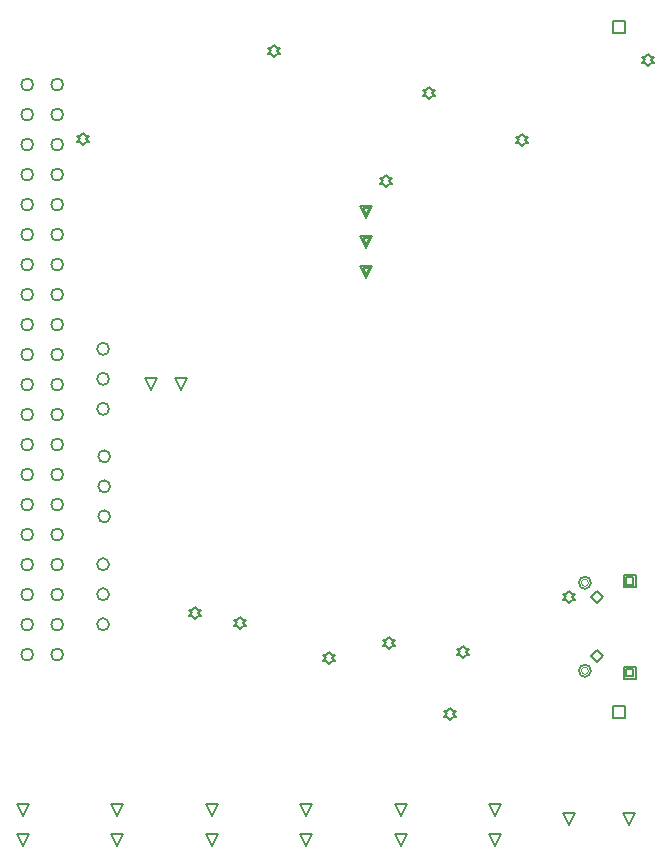
<source format=gbr>
%TF.GenerationSoftware,Altium Limited,Altium Designer,24.8.2 (39)*%
G04 Layer_Color=2752767*
%FSLAX45Y45*%
%MOMM*%
%TF.SameCoordinates,7C97886E-5552-4BC5-8AE3-24075E9B491D*%
%TF.FilePolarity,Positive*%
%TF.FileFunction,Drawing*%
%TF.Part,Single*%
G01*
G75*
%TA.AperFunction,NonConductor*%
%ADD50C,0.12700*%
%ADD62C,0.16933*%
%ADD64C,0.10160*%
D50*
X1800000Y222200D02*
X1749200Y323800D01*
X1850800D01*
X1800000Y222200D01*
Y476200D02*
X1749200Y577800D01*
X1850800D01*
X1800000Y476200D01*
X4200000Y222200D02*
X4149200Y323800D01*
X4250800D01*
X4200000Y222200D01*
Y476200D02*
X4149200Y577800D01*
X4250800D01*
X4200000Y476200D01*
X3400000Y222200D02*
X3349200Y323800D01*
X3450800D01*
X3400000Y222200D01*
Y476200D02*
X3349200Y577800D01*
X3450800D01*
X3400000Y476200D01*
X1000000Y222200D02*
X949200Y323800D01*
X1050800D01*
X1000000Y222200D01*
Y476200D02*
X949200Y577800D01*
X1050800D01*
X1000000Y476200D01*
X200000Y222200D02*
X149200Y323800D01*
X250800D01*
X200000Y222200D01*
Y476200D02*
X149200Y577800D01*
X250800D01*
X200000Y476200D01*
X2600000Y222200D02*
X2549200Y323800D01*
X2650800D01*
X2600000Y222200D01*
Y476200D02*
X2549200Y577800D01*
X2650800D01*
X2600000Y476200D01*
X5289200Y1636700D02*
Y1738300D01*
X5390800D01*
Y1636700D01*
X5289200D01*
X5309520Y1657020D02*
Y1717980D01*
X5370480D01*
Y1657020D01*
X5309520D01*
X5289200Y2411700D02*
Y2513300D01*
X5390800D01*
Y2411700D01*
X5289200D01*
X5309520Y2432020D02*
Y2492980D01*
X5370480D01*
Y2432020D01*
X5309520D01*
X5014200Y1825000D02*
X5065000Y1875800D01*
X5115800Y1825000D01*
X5065000Y1774200D01*
X5014200Y1825000D01*
Y2325000D02*
X5065000Y2375800D01*
X5115800Y2325000D01*
X5065000Y2274200D01*
X5014200Y2325000D01*
X5329000Y399200D02*
X5278200Y500800D01*
X5379800D01*
X5329000Y399200D01*
X4821000D02*
X4770200Y500800D01*
X4871800D01*
X4821000Y399200D01*
X3110000Y5031200D02*
X3059200Y5132800D01*
X3160800D01*
X3110000Y5031200D01*
Y5051520D02*
X3079520Y5112480D01*
X3140480D01*
X3110000Y5051520D01*
Y5285200D02*
X3059200Y5386800D01*
X3160800D01*
X3110000Y5285200D01*
Y5305520D02*
X3079520Y5366480D01*
X3140480D01*
X3110000Y5305520D01*
Y5539200D02*
X3059200Y5640800D01*
X3160800D01*
X3110000Y5539200D01*
Y5559520D02*
X3079520Y5620480D01*
X3140480D01*
X3110000Y5559520D01*
X1537000Y4079200D02*
X1486200Y4180800D01*
X1587800D01*
X1537000Y4079200D01*
X1283000D02*
X1232200Y4180800D01*
X1333800D01*
X1283000Y4079200D01*
X710000Y6151700D02*
X735400Y6177100D01*
X760800D01*
X735400Y6202500D01*
X760800Y6227900D01*
X735400D01*
X710000Y6253300D01*
X684600Y6227900D01*
X659200D01*
X684600Y6202500D01*
X659200Y6177100D01*
X684600D01*
X710000Y6151700D01*
X4430000Y6144200D02*
X4455400Y6169600D01*
X4480800D01*
X4455400Y6195000D01*
X4480800Y6220400D01*
X4455400D01*
X4430000Y6245800D01*
X4404600Y6220400D01*
X4379200D01*
X4404600Y6195000D01*
X4379200Y6169600D01*
X4404600D01*
X4430000Y6144200D01*
X1660000Y2139200D02*
X1685400Y2164600D01*
X1710800D01*
X1685400Y2190000D01*
X1710800Y2215400D01*
X1685400D01*
X1660000Y2240800D01*
X1634600Y2215400D01*
X1609200D01*
X1634600Y2190000D01*
X1609200Y2164600D01*
X1634600D01*
X1660000Y2139200D01*
X2040000Y2059200D02*
X2065400Y2084600D01*
X2090800D01*
X2065400Y2110000D01*
X2090800Y2135400D01*
X2065400D01*
X2040000Y2160800D01*
X2014600Y2135400D01*
X1989200D01*
X2014600Y2110000D01*
X1989200Y2084600D01*
X2014600D01*
X2040000Y2059200D01*
X3815500Y1283700D02*
X3840900Y1309100D01*
X3866300D01*
X3840900Y1334500D01*
X3866300Y1359900D01*
X3840900D01*
X3815500Y1385300D01*
X3790100Y1359900D01*
X3764700D01*
X3790100Y1334500D01*
X3764700Y1309100D01*
X3790100D01*
X3815500Y1283700D01*
X2790000Y1759200D02*
X2815400Y1784600D01*
X2840800D01*
X2815400Y1810000D01*
X2840800Y1835400D01*
X2815400D01*
X2790000Y1860800D01*
X2764600Y1835400D01*
X2739200D01*
X2764600Y1810000D01*
X2739200Y1784600D01*
X2764600D01*
X2790000Y1759200D01*
X3300000Y1889200D02*
X3325400Y1914600D01*
X3350800D01*
X3325400Y1940000D01*
X3350800Y1965400D01*
X3325400D01*
X3300000Y1990800D01*
X3274600Y1965400D01*
X3249200D01*
X3274600Y1940000D01*
X3249200Y1914600D01*
X3274600D01*
X3300000Y1889200D01*
X3930000Y1809200D02*
X3955400Y1834600D01*
X3980800D01*
X3955400Y1860000D01*
X3980800Y1885400D01*
X3955400D01*
X3930000Y1910800D01*
X3904600Y1885400D01*
X3879200D01*
X3904600Y1860000D01*
X3879200Y1834600D01*
X3904600D01*
X3930000Y1809200D01*
X3280000Y5799200D02*
X3305400Y5824600D01*
X3330800D01*
X3305400Y5850000D01*
X3330800Y5875400D01*
X3305400D01*
X3280000Y5900800D01*
X3254600Y5875400D01*
X3229200D01*
X3254600Y5850000D01*
X3229200Y5824600D01*
X3254600D01*
X3280000Y5799200D01*
X2330000Y6899200D02*
X2355400Y6924600D01*
X2380800D01*
X2355400Y6950000D01*
X2380800Y6975400D01*
X2355400D01*
X2330000Y7000800D01*
X2304600Y6975400D01*
X2279200D01*
X2304600Y6950000D01*
X2279200Y6924600D01*
X2304600D01*
X2330000Y6899200D01*
X3640511Y6539940D02*
X3665911Y6565340D01*
X3691311D01*
X3665911Y6590740D01*
X3691311Y6616140D01*
X3665911D01*
X3640511Y6641540D01*
X3615111Y6616140D01*
X3589711D01*
X3615111Y6590740D01*
X3589711Y6565340D01*
X3615111D01*
X3640511Y6539940D01*
X4821122Y2279889D02*
X4846522Y2305289D01*
X4871922D01*
X4846522Y2330689D01*
X4871922Y2356089D01*
X4846522D01*
X4821122Y2381489D01*
X4795722Y2356089D01*
X4770322D01*
X4795722Y2330689D01*
X4770322Y2305289D01*
X4795722D01*
X4821122Y2279889D01*
X5490000Y6819200D02*
X5515400Y6844600D01*
X5540800D01*
X5515400Y6870000D01*
X5540800Y6895400D01*
X5515400D01*
X5490000Y6920800D01*
X5464600Y6895400D01*
X5439200D01*
X5464600Y6870000D01*
X5439200Y6844600D01*
X5464600D01*
X5490000Y6819200D01*
X5199200Y1299200D02*
Y1400800D01*
X5300800D01*
Y1299200D01*
X5199200D01*
Y7099200D02*
Y7200800D01*
X5300800D01*
Y7099200D01*
X5199200D01*
D62*
X930800Y2096000D02*
G03*
X930800Y2096000I-50800J0D01*
G01*
Y2350000D02*
G03*
X930800Y2350000I-50800J0D01*
G01*
Y2604000D02*
G03*
X930800Y2604000I-50800J0D01*
G01*
X940800Y3518000D02*
G03*
X940800Y3518000I-50800J0D01*
G01*
Y3264000D02*
G03*
X940800Y3264000I-50800J0D01*
G01*
Y3010000D02*
G03*
X940800Y3010000I-50800J0D01*
G01*
X930800Y4428000D02*
G03*
X930800Y4428000I-50800J0D01*
G01*
Y4174000D02*
G03*
X930800Y4174000I-50800J0D01*
G01*
Y3920000D02*
G03*
X930800Y3920000I-50800J0D01*
G01*
X542800Y1840000D02*
G03*
X542800Y1840000I-50800J0D01*
G01*
Y2094000D02*
G03*
X542800Y2094000I-50800J0D01*
G01*
Y2348000D02*
G03*
X542800Y2348000I-50800J0D01*
G01*
Y2602000D02*
G03*
X542800Y2602000I-50800J0D01*
G01*
Y2856000D02*
G03*
X542800Y2856000I-50800J0D01*
G01*
Y3110000D02*
G03*
X542800Y3110000I-50800J0D01*
G01*
Y3364000D02*
G03*
X542800Y3364000I-50800J0D01*
G01*
Y3618000D02*
G03*
X542800Y3618000I-50800J0D01*
G01*
Y3872000D02*
G03*
X542800Y3872000I-50800J0D01*
G01*
Y4126000D02*
G03*
X542800Y4126000I-50800J0D01*
G01*
Y4380000D02*
G03*
X542800Y4380000I-50800J0D01*
G01*
Y4634000D02*
G03*
X542800Y4634000I-50800J0D01*
G01*
Y4888000D02*
G03*
X542800Y4888000I-50800J0D01*
G01*
Y5142000D02*
G03*
X542800Y5142000I-50800J0D01*
G01*
Y5396000D02*
G03*
X542800Y5396000I-50800J0D01*
G01*
Y5650000D02*
G03*
X542800Y5650000I-50800J0D01*
G01*
Y5904000D02*
G03*
X542800Y5904000I-50800J0D01*
G01*
Y6158000D02*
G03*
X542800Y6158000I-50800J0D01*
G01*
Y6412000D02*
G03*
X542800Y6412000I-50800J0D01*
G01*
Y6666000D02*
G03*
X542800Y6666000I-50800J0D01*
G01*
X288800Y1840000D02*
G03*
X288800Y1840000I-50800J0D01*
G01*
Y2094000D02*
G03*
X288800Y2094000I-50800J0D01*
G01*
Y2348000D02*
G03*
X288800Y2348000I-50800J0D01*
G01*
Y2602000D02*
G03*
X288800Y2602000I-50800J0D01*
G01*
Y2856000D02*
G03*
X288800Y2856000I-50800J0D01*
G01*
Y3110000D02*
G03*
X288800Y3110000I-50800J0D01*
G01*
Y3364000D02*
G03*
X288800Y3364000I-50800J0D01*
G01*
Y3618000D02*
G03*
X288800Y3618000I-50800J0D01*
G01*
Y3872000D02*
G03*
X288800Y3872000I-50800J0D01*
G01*
Y4126000D02*
G03*
X288800Y4126000I-50800J0D01*
G01*
Y4380000D02*
G03*
X288800Y4380000I-50800J0D01*
G01*
Y4634000D02*
G03*
X288800Y4634000I-50800J0D01*
G01*
Y4888000D02*
G03*
X288800Y4888000I-50800J0D01*
G01*
Y5142000D02*
G03*
X288800Y5142000I-50800J0D01*
G01*
Y5396000D02*
G03*
X288800Y5396000I-50800J0D01*
G01*
Y5650000D02*
G03*
X288800Y5650000I-50800J0D01*
G01*
Y5904000D02*
G03*
X288800Y5904000I-50800J0D01*
G01*
Y6158000D02*
G03*
X288800Y6158000I-50800J0D01*
G01*
Y6412000D02*
G03*
X288800Y6412000I-50800J0D01*
G01*
Y6666000D02*
G03*
X288800Y6666000I-50800J0D01*
G01*
X5010800Y1702500D02*
G03*
X5010800Y1702500I-50800J0D01*
G01*
Y2447500D02*
G03*
X5010800Y2447500I-50800J0D01*
G01*
D64*
X4990480Y1702500D02*
G03*
X4990480Y1702500I-30480J0D01*
G01*
Y2447500D02*
G03*
X4990480Y2447500I-30480J0D01*
G01*
%TF.MD5,4c9e42b8497ed1b04b2540a4b6a5b3c3*%
M02*

</source>
